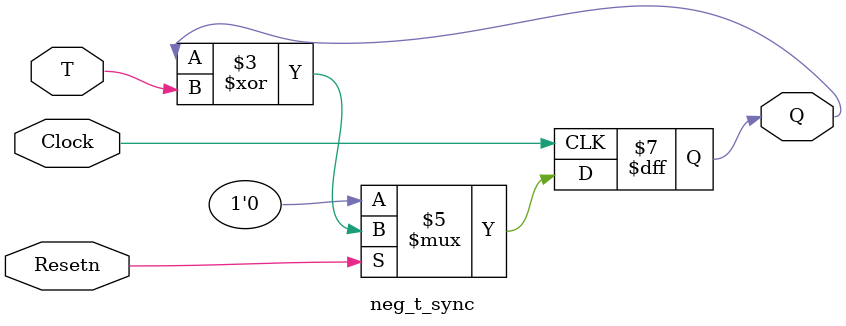
<source format=v>
module neg_t_sync(T,Clock,Resetn,Q);
	input T,Clock,Resetn;
	output Q;
	reg Q;
	always@(negedge Clock)
	if(!Resetn)
		Q<=0;
	else
		Q<= Q ^ T;
endmodule

</source>
